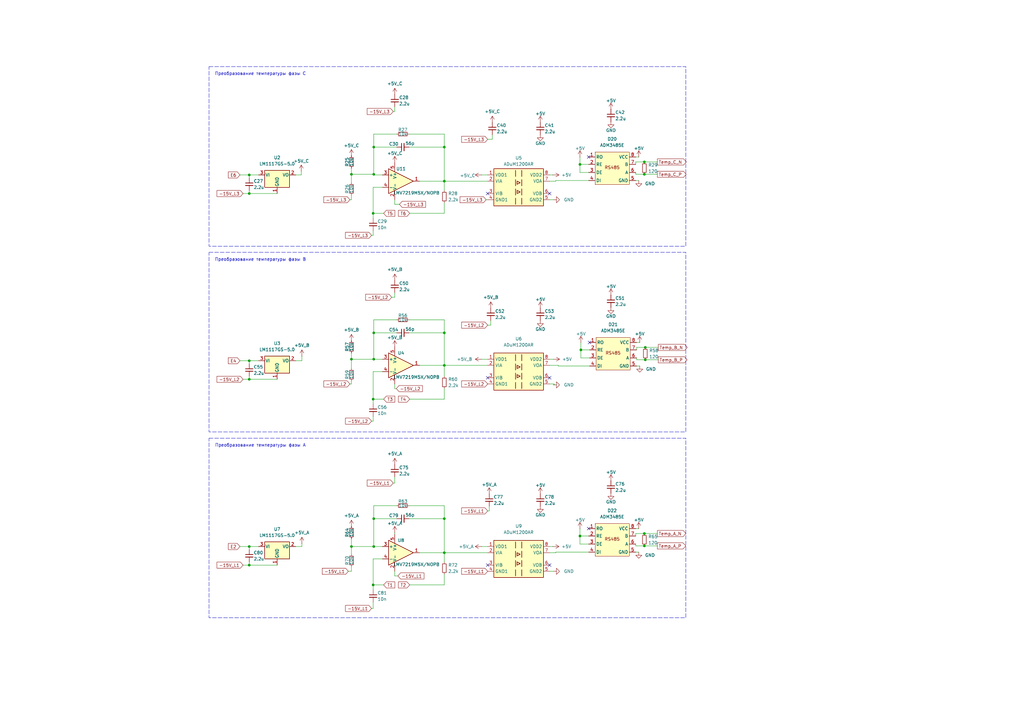
<source format=kicad_sch>
(kicad_sch (version 20231120) (generator "eeschema") (generator_version "8.0")
  (paper "A3")
  (lib_symbols
    (symbol "Comparator:LMV7219M5" (pin_names (offset 0.127))
      (property "Reference" "U" (at -1.27 6.35 0))
      (property "Value" "LMV7219M5" (at -1.27 3.81 0))
      (symbol "LMV7219M5_0_1"
        (polyline (pts (xy -5.08 5.08) (xy 5.08 0) (xy -5.08 -5.08) (xy -5.08 5.08)) (stroke (width 0.254)) (fill (type background)))
        (pin power_in line (at -2.54 -7.62 90) (length 3.81) (name "V-") (number "2"))
        (pin power_in line (at -2.54 7.62 270) (length 3.81) (name "V+") (number "5"))
      )
      (symbol "LMV7219M5_1_1"
        (pin output line (at 7.62 0 180) (length 2.54) (name "~") (number "1"))
        (pin input line (at -7.62 2.54 0) (length 2.54) (name "+") (number "3"))
        (pin input line (at -7.62 -2.54 0) (length 2.54) (name "-") (number "4"))
      )
    )
    (symbol "Device:C_Small" (pin_numbers hide) (pin_names (offset 0.254) hide)
      (property "Reference" "C" (at 0.254 1.778 0))
      (property "Value" "C_Small" (at 0.254 -2.032 0))
      (symbol "C_Small_0_1"
        (polyline (pts (xy -1.524 -0.508) (xy 1.524 -0.508)) (stroke (width 0.3302)))
        (polyline (pts (xy -1.524 0.508) (xy 1.524 0.508)) (stroke (width 0.3048)))
      )
      (symbol "C_Small_1_1"
        (pin passive line (at 0 2.54 270) (length 2.032) (name "~") (number "1"))
        (pin passive line (at 0 -2.54 90) (length 2.032) (name "~") (number "2"))
      )
    )
    (symbol "Device:R_Small" (pin_numbers hide) (pin_names (offset 0.254) hide)
      (property "Reference" "R" (at 0.762 0.508 0))
      (property "Value" "R_Small" (at 0.762 -1.016 0))
      (symbol "R_Small_0_1"
        (rectangle (start -0.762 1.778) (end 0.762 -1.778) (stroke (width 0.2032)))
      )
      (symbol "R_Small_1_1"
        (pin passive line (at 0 2.54 270) (length 0.762) (name "~") (number "1"))
        (pin passive line (at 0 -2.54 90) (length 0.762) (name "~") (number "2"))
      )
    )
    (symbol "GND_1" (power) (pin_names (offset 0))
      (property "Value" "GND" (at 0 -3.81 0))
      (symbol "GND_1_0_1"
        (polyline (pts (xy 0 0) (xy 0 -1.27) (xy 1.27 -1.27) (xy 0 -2.54) (xy -1.27 -1.27) (xy 0 -1.27)))
      )
      (symbol "GND_1_1_1"
        (pin power_in line (at 0 0 270) (length 0) hide (name "GND") (number "1"))
      )
    )
    (symbol "GND_10" (power) (pin_names (offset 0))
      (property "Value" "GND" (at 0 -3.81 0))
      (symbol "GND_10_0_1"
        (polyline (pts (xy 0 0) (xy 0 -1.27) (xy 1.27 -1.27) (xy 0 -2.54) (xy -1.27 -1.27) (xy 0 -1.27)))
      )
      (symbol "GND_10_1_1"
        (pin power_in line (at 0 0 270) (length 0) hide (name "GND") (number "1"))
      )
    )
    (symbol "GND_11" (power) (pin_names (offset 0))
      (property "Value" "GND" (at 0 -3.81 0))
      (symbol "GND_11_0_1"
        (polyline (pts (xy 0 0) (xy 0 -1.27) (xy 1.27 -1.27) (xy 0 -2.54) (xy -1.27 -1.27) (xy 0 -1.27)))
      )
      (symbol "GND_11_1_1"
        (pin power_in line (at 0 0 270) (length 0) hide (name "GND") (number "1"))
      )
    )
    (symbol "GND_2" (power) (pin_names (offset 0))
      (property "Value" "GND" (at 0 -3.81 0))
      (symbol "GND_2_0_1"
        (polyline (pts (xy 0 0) (xy 0 -1.27) (xy 1.27 -1.27) (xy 0 -2.54) (xy -1.27 -1.27) (xy 0 -1.27)))
      )
      (symbol "GND_2_1_1"
        (pin power_in line (at 0 0 270) (length 0) hide (name "GND") (number "1"))
      )
    )
    (symbol "GND_3" (power) (pin_names (offset 0))
      (property "Value" "GND" (at 0 -3.81 0))
      (symbol "GND_3_0_1"
        (polyline (pts (xy 0 0) (xy 0 -1.27) (xy 1.27 -1.27) (xy 0 -2.54) (xy -1.27 -1.27) (xy 0 -1.27)))
      )
      (symbol "GND_3_1_1"
        (pin power_in line (at 0 0 270) (length 0) hide (name "GND") (number "1"))
      )
    )
    (symbol "GND_4" (power) (pin_names (offset 0))
      (property "Value" "GND" (at 0 -3.81 0))
      (symbol "GND_4_0_1"
        (polyline (pts (xy 0 0) (xy 0 -1.27) (xy 1.27 -1.27) (xy 0 -2.54) (xy -1.27 -1.27) (xy 0 -1.27)))
      )
      (symbol "GND_4_1_1"
        (pin power_in line (at 0 0 270) (length 0) hide (name "GND") (number "1"))
      )
    )
    (symbol "GND_5" (power) (pin_names (offset 0))
      (property "Value" "GND" (at 0 -3.81 0))
      (symbol "GND_5_0_1"
        (polyline (pts (xy 0 0) (xy 0 -1.27) (xy 1.27 -1.27) (xy 0 -2.54) (xy -1.27 -1.27) (xy 0 -1.27)))
      )
      (symbol "GND_5_1_1"
        (pin power_in line (at 0 0 270) (length 0) hide (name "GND") (number "1"))
      )
    )
    (symbol "GND_6" (power) (pin_names (offset 0))
      (property "Value" "GND" (at 0 -3.81 0))
      (symbol "GND_6_0_1"
        (polyline (pts (xy 0 0) (xy 0 -1.27) (xy 1.27 -1.27) (xy 0 -2.54) (xy -1.27 -1.27) (xy 0 -1.27)))
      )
      (symbol "GND_6_1_1"
        (pin power_in line (at 0 0 270) (length 0) hide (name "GND") (number "1"))
      )
    )
    (symbol "GND_7" (power) (pin_names (offset 0))
      (property "Value" "GND" (at 0 -3.81 0))
      (symbol "GND_7_0_1"
        (polyline (pts (xy 0 0) (xy 0 -1.27) (xy 1.27 -1.27) (xy 0 -2.54) (xy -1.27 -1.27) (xy 0 -1.27)))
      )
      (symbol "GND_7_1_1"
        (pin power_in line (at 0 0 270) (length 0) hide (name "GND") (number "1"))
      )
    )
    (symbol "GND_8" (power) (pin_names (offset 0))
      (property "Value" "GND" (at 0 -3.81 0))
      (symbol "GND_8_0_1"
        (polyline (pts (xy 0 0) (xy 0 -1.27) (xy 1.27 -1.27) (xy 0 -2.54) (xy -1.27 -1.27) (xy 0 -1.27)))
      )
      (symbol "GND_8_1_1"
        (pin power_in line (at 0 0 270) (length 0) hide (name "GND") (number "1"))
      )
    )
    (symbol "GND_9" (power) (pin_names (offset 0))
      (property "Value" "GND" (at 0 -3.81 0))
      (symbol "GND_9_0_1"
        (polyline (pts (xy 0 0) (xy 0 -1.27) (xy 1.27 -1.27) (xy 0 -2.54) (xy -1.27 -1.27) (xy 0 -1.27)))
      )
      (symbol "GND_9_1_1"
        (pin power_in line (at 0 0 270) (length 0) hide (name "GND") (number "1"))
      )
    )
    (symbol "Interface_My:ADM3485E"
      (property "Reference" "D" (at 0 0.635 0))
      (property "Value" "ADM3485E" (at 0 -1.27 0))
      (symbol "ADM3485E_0_0"
        (rectangle (start -6.985 -2.54) (end 6.985 -15.875) (fill (type background)))
        (text "RS485" (at 0 -8.89 0) (effects (font (size 1.27 1.27))))
      )
      (symbol "ADM3485E_1_1"
        (pin input line (at -9.652 -4.572 0) (length 2.54) (name "RO") (number "1"))
        (pin input line (at -9.652 -7.62 0) (length 2.54) (name "RE") (number "2"))
        (pin input line (at -9.652 -10.922 0) (length 2.54) (name "DE") (number "3"))
        (pin input line (at -9.652 -14.224 0) (length 2.54) (name "DI") (number "4"))
        (pin input line (at 9.652 -14.224 180) (length 2.54) (name "GND") (number "5"))
        (pin input line (at 9.652 -10.922 180) (length 2.54) (name "A") (number "6"))
        (pin input line (at 9.652 -7.62 180) (length 2.54) (name "B") (number "7"))
        (pin input line (at 9.652 -4.572 180) (length 2.54) (name "VCC") (number "8"))
      )
    )
    (symbol "Isolator:ADuM1200AR"
      (property "Reference" "U" (at -10.16 8.89 0))
      (property "Value" "ADuM1200AR" (at -2.032 8.89 0))
      (symbol "ADuM1200AR_0_1"
        (rectangle (start -10.16 7.62) (end 10.16 -7.62) (stroke (width 0.254)) (fill (type background)))
        (polyline (pts (xy -1.27 -4.445) (xy -1.27 -6.985)) (stroke (width 0.254)))
        (polyline (pts (xy -1.27 -0.635) (xy -1.27 -3.175)) (stroke (width 0.254)))
        (polyline (pts (xy -1.27 3.175) (xy -1.27 0.635)) (stroke (width 0.254)))
        (polyline (pts (xy -1.27 6.985) (xy -1.27 4.445)) (stroke (width 0.254)))
        (polyline (pts (xy 1.27 -4.445) (xy 1.27 -6.985)) (stroke (width 0.254)))
        (polyline (pts (xy 1.27 -0.635) (xy 1.27 -3.175)) (stroke (width 0.254)))
        (polyline (pts (xy 1.27 3.175) (xy 1.27 0.635)) (stroke (width 0.254)))
        (polyline (pts (xy 1.27 6.985) (xy 1.27 4.445)) (stroke (width 0.254)))
        (polyline (pts (xy -0.635 -1.27) (xy -0.635 -2.54) (xy 0.635 -1.905) (xy -0.635 -1.27)) (stroke (width 0.254)))
        (polyline (pts (xy -0.635 1.27) (xy 0.635 1.905) (xy -0.635 2.54) (xy -0.635 1.27)) (stroke (width 0.254)))
      )
      (symbol "ADuM1200AR_1_1"
        (pin power_in line (at -12.7 5.08 0) (length 2.54) (name "VDD1") (number "1"))
        (pin input line (at -12.7 2.54 0) (length 2.54) (name "VIA") (number "2"))
        (pin input line (at -12.7 -2.54 0) (length 2.54) (name "VIB") (number "3"))
        (pin power_in line (at -12.7 -5.08 0) (length 2.54) (name "GND1") (number "4"))
        (pin power_in line (at 12.7 -5.08 180) (length 2.54) (name "GND2") (number "5"))
        (pin output line (at 12.7 -2.54 180) (length 2.54) (name "VOB") (number "6"))
        (pin output line (at 12.7 2.54 180) (length 2.54) (name "VOA") (number "7"))
        (pin power_in line (at 12.7 5.08 180) (length 2.54) (name "VDD2") (number "8"))
      )
    )
    (symbol "Regulator_Linear:LM1117-3.3" (pin_names (offset 0.254))
      (property "Reference" "U" (at -3.81 3.175 0))
      (property "Value" "LM1117-3.3" (at 0 3.175 0))
      (symbol "LM1117-3.3_0_1"
        (rectangle (start -5.08 -5.08) (end 5.08 1.905) (stroke (width 0.254)) (fill (type background)))
      )
      (symbol "LM1117-3.3_1_1"
        (pin power_in line (at 0 -7.62 90) (length 2.54) (name "GND") (number "1"))
        (pin power_out line (at 7.62 0 180) (length 2.54) (name "VO") (number "2"))
        (pin power_in line (at -7.62 0 0) (length 2.54) (name "VI") (number "3"))
      )
    )
    (symbol "power:+5V" (power) (pin_numbers hide) (pin_names (offset 0) hide)
      (property "Value" "+5V" (at 0 3.556 0))
      (symbol "+5V_0_1"
        (polyline (pts (xy -0.762 1.27) (xy 0 2.54)))
        (polyline (pts (xy 0 0) (xy 0 2.54)))
        (polyline (pts (xy 0 2.54) (xy 0.762 1.27)))
      )
      (symbol "+5V_1_1"
        (pin power_in line (at 0 0 90) (length 0) (name "~") (number "1"))
      )
    )
    (symbol "power:GND" (power) (pin_names (offset 0))
      (property "Value" "GND" (at 0 -3.81 0))
      (symbol "GND_0_1"
        (polyline (pts (xy 0 0) (xy 0 -1.27) (xy 1.27 -1.27) (xy 0 -2.54) (xy -1.27 -1.27) (xy 0 -1.27)))
      )
      (symbol "GND_1_1"
        (pin power_in line (at 0 0 270) (length 0) hide (name "GND") (number "1"))
      )
    )
    (symbol "power_my:+5V_A" (power) (pin_numbers hide) (pin_names (offset 0) hide)
      (property "Value" "+5V_A" (at 0 3.81 0))
      (symbol "+5V_A_0_1"
        (polyline (pts (xy -0.762 1.27) (xy 0 2.54)))
        (polyline (pts (xy 0 0) (xy 0 2.54)))
        (polyline (pts (xy 0 2.54) (xy 0.762 1.27)))
      )
      (symbol "+5V_A_1_1"
        (pin power_in line (at 0 0 90) (length 0) (name "~") (number "1"))
      )
    )
    (symbol "power_my:+5V_B" (power) (pin_numbers hide) (pin_names (offset 0) hide)
      (property "Value" "+5V_B" (at 0 3.81 0))
      (symbol "+5V_B_0_1"
        (polyline (pts (xy -0.762 1.27) (xy 0 2.54)))
        (polyline (pts (xy 0 0) (xy 0 2.54)))
        (polyline (pts (xy 0 2.54) (xy 0.762 1.27)))
      )
      (symbol "+5V_B_1_1"
        (pin power_in line (at 0 0 90) (length 0) (name "~") (number "1"))
      )
    )
    (symbol "power_my:+5V_C" (power) (pin_numbers hide) (pin_names (offset 0) hide)
      (property "Value" "+5V_C" (at 0 3.81 0))
      (symbol "+5V_C_0_1"
        (polyline (pts (xy -0.762 1.27) (xy 0 2.54)))
        (polyline (pts (xy 0 0) (xy 0 2.54)))
        (polyline (pts (xy 0 2.54) (xy 0.762 1.27)))
      )
      (symbol "+5V_C_1_1"
        (pin power_in line (at 0 0 90) (length 0) (name "~") (number "1"))
      )
    )
  )
  (junction (at 182.245 226.695))
  (junction (at 237.871 219.837))
  (junction (at 102.235 79.375))
  (junction (at 102.235 231.775))
  (junction (at 144.145 71.501))
  (junction (at 153.035 87.503))
  (junction (at 264.287 223.901))
  (junction (at 153.289 136.525))
  (junction (at 144.145 224.155))
  (junction (at 237.871 67.437))
  (junction (at 182.245 74.295))
  (junction (at 264.287 71.501))
  (junction (at 238.252 143.51))
  (junction (at 182.245 149.86))
  (junction (at 153.035 163.703))
  (junction (at 102.235 224.155))
  (junction (at 102.235 155.575))
  (junction (at 153.289 60.325))
  (junction (at 182.245 136.525))
  (junction (at 264.287 66.421))
  (junction (at 182.245 60.325))
  (junction (at 153.289 147.32))
  (junction (at 264.287 218.821))
  (junction (at 144.145 147.32))
  (junction (at 153.289 224.155))
  (junction (at 153.289 212.725))
  (junction (at 102.235 147.955))
  (junction (at 102.235 71.755))
  (junction (at 264.668 142.494))
  (junction (at 153.289 71.501))
  (junction (at 182.245 212.725))
  (junction (at 264.668 147.574))
  (junction (at 153.035 239.903))
  (no_connect (at 225.425 231.775))
  (no_connect (at 200.025 154.94))
  (no_connect (at 241.808 140.462))
  (no_connect (at 200.025 79.375))
  (no_connect (at 225.425 79.375))
  (no_connect (at 200.025 231.775))
  (no_connect (at 241.427 216.789))
  (no_connect (at 225.425 154.94))
  (no_connect (at 241.427 64.389))
  (wire (pts (xy 200.025 224.155) (xy 197.485 224.155)))
  (wire (pts (xy 200.66 207.645) (xy 200.66 209.55)))
  (wire (pts (xy 99.695 79.375) (xy 102.235 79.375)))
  (wire (pts (xy 227.965 74.041) (xy 241.427 74.041)))
  (wire (pts (xy 123.825 146.05) (xy 123.825 147.955)))
  (wire (pts (xy 144.145 157.48) (xy 144.145 156.21)))
  (wire (pts (xy 227.965 226.441) (xy 241.427 226.441)))
  (wire (pts (xy 102.235 73.025) (xy 102.235 71.755)))
  (wire (pts (xy 102.235 149.225) (xy 102.235 147.955)))
  (wire (pts (xy 182.245 149.86) (xy 182.245 154.305)))
  (wire (pts (xy 142.875 234.315) (xy 144.145 234.315)))
  (wire (pts (xy 153.289 131.191) (xy 153.289 136.525)))
  (wire (pts (xy 260.731 216.789) (xy 262.001 216.789)))
  (wire (pts (xy 144.145 224.155) (xy 144.145 227.33)))
  (wire (pts (xy 225.425 226.695) (xy 227.965 226.695)))
  (wire (pts (xy 201.93 57.15) (xy 201.93 55.245)))
  (wire (pts (xy 152.4 96.52) (xy 153.035 96.52)))
  (wire (pts (xy 152.4 172.72) (xy 153.035 172.72)))
  (wire (pts (xy 144.145 147.32) (xy 144.145 151.13)))
  (wire (pts (xy 144.145 144.78) (xy 144.145 147.32)))
  (wire (pts (xy 261.112 142.494) (xy 261.112 143.51)))
  (wire (pts (xy 168.021 239.903) (xy 182.245 239.903)))
  (wire (pts (xy 260.731 71.501) (xy 260.731 70.739)))
  (wire (pts (xy 260.731 66.421) (xy 260.731 67.437)))
  (wire (pts (xy 225.425 149.86) (xy 228.981 149.86)))
  (wire (pts (xy 237.871 67.437) (xy 241.427 67.437)))
  (wire (pts (xy 238.252 146.812) (xy 241.808 146.812)))
  (wire (pts (xy 153.289 60.325) (xy 162.687 60.325)))
  (wire (pts (xy 201.295 133.35) (xy 201.295 131.445)))
  (wire (pts (xy 153.035 172.72) (xy 153.035 170.815)))
  (wire (pts (xy 153.289 54.991) (xy 153.289 60.325)))
  (wire (pts (xy 98.425 71.755) (xy 102.235 71.755)))
  (wire (pts (xy 237.871 219.837) (xy 237.871 223.139)))
  (wire (pts (xy 264.668 142.494) (xy 261.112 142.494)))
  (wire (pts (xy 161.925 45.72) (xy 161.925 43.815)))
  (wire (pts (xy 153.035 76.835) (xy 156.845 76.835)))
  (wire (pts (xy 153.289 147.32) (xy 156.845 147.32)))
  (wire (pts (xy 182.245 207.391) (xy 182.245 212.725)))
  (wire (pts (xy 238.252 143.51) (xy 238.252 146.812)))
  (wire (pts (xy 102.235 79.375) (xy 113.665 79.375)))
  (wire (pts (xy 98.425 224.155) (xy 102.235 224.155)))
  (wire (pts (xy 260.731 226.441) (xy 262.001 226.441)))
  (wire (pts (xy 102.235 154.305) (xy 102.235 155.575)))
  (wire (pts (xy 102.235 71.755) (xy 106.045 71.755)))
  (wire (pts (xy 264.668 147.574) (xy 270.002 147.574)))
  (wire (pts (xy 200.66 209.55) (xy 200.025 209.55)))
  (wire (pts (xy 172.085 74.295) (xy 182.245 74.295)))
  (wire (pts (xy 237.871 70.739) (xy 241.427 70.739)))
  (wire (pts (xy 264.287 71.501) (xy 260.731 71.501)))
  (wire (pts (xy 153.035 163.703) (xy 157.353 163.703)))
  (wire (pts (xy 161.925 157.48) (xy 161.925 159.385)))
  (wire (pts (xy 153.289 212.725) (xy 153.289 224.155)))
  (wire (pts (xy 153.289 207.391) (xy 153.289 212.725)))
  (wire (pts (xy 153.035 163.703) (xy 153.035 152.4)))
  (wire (pts (xy 227.965 74.295) (xy 227.965 74.041)))
  (wire (pts (xy 102.235 147.955) (xy 106.045 147.955)))
  (wire (pts (xy 264.287 71.501) (xy 269.621 71.501)))
  (wire (pts (xy 153.035 163.703) (xy 153.035 165.735)))
  (wire (pts (xy 153.289 212.725) (xy 162.687 212.725)))
  (wire (pts (xy 162.687 54.991) (xy 153.289 54.991)))
  (wire (pts (xy 264.668 142.494) (xy 270.002 142.494)))
  (wire (pts (xy 144.145 147.32) (xy 153.289 147.32)))
  (wire (pts (xy 153.035 87.503) (xy 153.035 89.535)))
  (wire (pts (xy 161.925 195.58) (xy 161.925 198.12)))
  (wire (pts (xy 161.925 120.015) (xy 161.925 121.92)))
  (wire (pts (xy 167.767 131.191) (xy 182.245 131.191)))
  (wire (pts (xy 152.4 249.555) (xy 153.035 249.555)))
  (wire (pts (xy 167.767 207.391) (xy 182.245 207.391)))
  (wire (pts (xy 264.287 66.421) (xy 269.621 66.421)))
  (wire (pts (xy 182.245 87.503) (xy 182.245 83.185)))
  (wire (pts (xy 237.871 223.139) (xy 241.427 223.139)))
  (wire (pts (xy 182.245 212.725) (xy 182.245 226.695)))
  (wire (pts (xy 144.145 220.98) (xy 144.145 224.155)))
  (wire (pts (xy 182.245 54.991) (xy 182.245 60.325)))
  (wire (pts (xy 261.112 140.462) (xy 262.382 140.462)))
  (wire (pts (xy 102.235 224.155) (xy 106.045 224.155)))
  (wire (pts (xy 197.485 147.32) (xy 200.025 147.32)))
  (wire (pts (xy 237.871 67.437) (xy 237.871 70.739)))
  (wire (pts (xy 264.287 223.901) (xy 260.731 223.901)))
  (wire (pts (xy 161.925 83.82) (xy 163.83 83.82)))
  (wire (pts (xy 261.112 150.114) (xy 262.382 150.114)))
  (wire (pts (xy 264.287 66.421) (xy 260.731 66.421)))
  (wire (pts (xy 172.085 149.86) (xy 182.245 149.86)))
  (wire (pts (xy 98.425 147.955) (xy 102.235 147.955)))
  (wire (pts (xy 153.289 71.755) (xy 153.289 71.501)))
  (wire (pts (xy 153.035 249.555) (xy 153.035 247.015)))
  (wire (pts (xy 260.731 218.821) (xy 260.731 219.837)))
  (wire (pts (xy 182.245 136.525) (xy 182.245 149.86)))
  (wire (pts (xy 123.571 71.755) (xy 121.285 71.755)))
  (wire (pts (xy 264.668 147.574) (xy 261.112 147.574)))
  (wire (pts (xy 153.035 239.903) (xy 153.035 241.935)))
  (wire (pts (xy 237.871 216.789) (xy 237.871 219.837)))
  (wire (pts (xy 225.425 224.155) (xy 226.695 224.155)))
  (wire (pts (xy 200.025 133.35) (xy 201.295 133.35)))
  (wire (pts (xy 182.245 226.695) (xy 182.245 230.505)))
  (wire (pts (xy 121.285 224.155) (xy 123.825 224.155)))
  (wire (pts (xy 225.425 157.48) (xy 227.33 157.48)))
  (wire (pts (xy 225.425 147.32) (xy 226.949 147.32)))
  (wire (pts (xy 227.33 157.48) (xy 227.33 157.861)))
  (wire (pts (xy 153.289 71.755) (xy 156.845 71.755)))
  (wire (pts (xy 199.39 81.915) (xy 200.025 81.915)))
  (wire (pts (xy 144.145 81.915) (xy 144.145 80.01)))
  (wire (pts (xy 144.145 224.155) (xy 153.289 224.155)))
  (wire (pts (xy 153.035 96.52) (xy 153.035 94.615)))
  (wire (pts (xy 162.687 207.391) (xy 153.289 207.391)))
  (wire (pts (xy 102.235 225.425) (xy 102.235 224.155)))
  (wire (pts (xy 228.981 150.114) (xy 241.808 150.114)))
  (wire (pts (xy 261.112 147.574) (xy 261.112 146.812)))
  (wire (pts (xy 144.145 74.93) (xy 144.145 71.501)))
  (wire (pts (xy 200.025 57.15) (xy 201.93 57.15)))
  (wire (pts (xy 123.825 224.155) (xy 123.825 222.885)))
  (wire (pts (xy 182.245 149.86) (xy 200.025 149.86)))
  (wire (pts (xy 264.287 218.821) (xy 260.731 218.821)))
  (wire (pts (xy 237.871 64.389) (xy 237.871 67.437)))
  (wire (pts (xy 153.289 224.155) (xy 156.845 224.155)))
  (wire (pts (xy 260.731 64.389) (xy 262.001 64.389)))
  (wire (pts (xy 144.145 71.501) (xy 153.289 71.501)))
  (wire (pts (xy 227.33 157.861) (xy 226.949 157.861)))
  (wire (pts (xy 238.252 143.51) (xy 241.808 143.51)))
  (wire (pts (xy 182.245 74.295) (xy 200.025 74.295)))
  (wire (pts (xy 143.51 157.48) (xy 144.145 157.48)))
  (wire (pts (xy 182.245 226.695) (xy 200.025 226.695)))
  (wire (pts (xy 228.981 149.86) (xy 228.981 150.114)))
  (wire (pts (xy 153.035 229.235) (xy 156.845 229.235)))
  (wire (pts (xy 102.235 231.775) (xy 113.665 231.775)))
  (wire (pts (xy 161.29 45.72) (xy 161.925 45.72)))
  (wire (pts (xy 260.731 223.901) (xy 260.731 223.139)))
  (wire (pts (xy 123.825 147.955) (xy 121.285 147.955)))
  (wire (pts (xy 153.035 239.903) (xy 157.353 239.903)))
  (wire (pts (xy 143.51 81.915) (xy 144.145 81.915)))
  (wire (pts (xy 153.289 136.525) (xy 162.687 136.525)))
  (wire (pts (xy 225.425 71.755) (xy 226.695 71.755)))
  (wire (pts (xy 161.925 81.915) (xy 161.925 83.82)))
  (wire (pts (xy 167.767 136.525) (xy 182.245 136.525)))
  (wire (pts (xy 153.035 87.503) (xy 157.353 87.503)))
  (wire (pts (xy 182.245 239.903) (xy 182.245 235.585)))
  (wire (pts (xy 225.425 234.315) (xy 226.949 234.315)))
  (wire (pts (xy 123.571 70.231) (xy 123.571 71.755)))
  (wire (pts (xy 161.925 219.075) (xy 161.925 218.44)))
  (wire (pts (xy 172.085 226.695) (xy 182.245 226.695)))
  (wire (pts (xy 161.925 121.92) (xy 160.655 121.92)))
  (wire (pts (xy 167.767 212.725) (xy 182.245 212.725)))
  (wire (pts (xy 153.035 152.4) (xy 156.845 152.4)))
  (wire (pts (xy 197.485 71.755) (xy 200.025 71.755)))
  (wire (pts (xy 153.035 87.503) (xy 153.035 76.835)))
  (wire (pts (xy 144.145 68.961) (xy 144.145 71.501)))
  (wire (pts (xy 153.035 239.903) (xy 153.035 229.235)))
  (wire (pts (xy 161.925 159.385) (xy 162.56 159.385)))
  (wire (pts (xy 102.235 230.505) (xy 102.235 231.775)))
  (wire (pts (xy 264.287 218.821) (xy 269.621 218.821)))
  (wire (pts (xy 227.965 226.695) (xy 227.965 226.441)))
  (wire (pts (xy 153.289 136.525) (xy 153.289 147.32)))
  (wire (pts (xy 153.289 60.325) (xy 153.289 71.501)))
  (wire (pts (xy 225.425 81.915) (xy 226.949 81.915)))
  (wire (pts (xy 161.925 236.22) (xy 163.195 236.22)))
  (wire (pts (xy 182.245 163.703) (xy 182.245 159.385)))
  (wire (pts (xy 162.687 131.191) (xy 153.289 131.191)))
  (wire (pts (xy 144.145 234.315) (xy 144.145 232.41)))
  (wire (pts (xy 260.731 74.041) (xy 262.001 74.041)))
  (wire (pts (xy 99.695 231.775) (xy 102.235 231.775)))
  (wire (pts (xy 168.021 87.503) (xy 182.245 87.503)))
  (wire (pts (xy 99.695 155.575) (xy 102.235 155.575)))
  (wire (pts (xy 161.925 198.12) (xy 161.29 198.12)))
  (wire (pts (xy 167.767 60.325) (xy 182.245 60.325)))
  (wire (pts (xy 225.425 74.295) (xy 227.965 74.295)))
  (wire (pts (xy 102.235 155.575) (xy 113.665 155.575)))
  (wire (pts (xy 237.871 219.837) (xy 241.427 219.837)))
  (wire (pts (xy 264.287 223.901) (xy 269.621 223.901)))
  (wire (pts (xy 161.925 234.315) (xy 161.925 236.22)))
  (wire (pts (xy 182.245 131.191) (xy 182.245 136.525)))
  (wire (pts (xy 182.245 60.325) (xy 182.245 74.295)))
  (wire (pts (xy 167.767 54.991) (xy 182.245 54.991)))
  (wire (pts (xy 182.245 74.295) (xy 182.245 78.105)))
  (wire (pts (xy 168.021 163.703) (xy 182.245 163.703)))
  (wire (pts (xy 102.235 78.105) (xy 102.235 79.375)))
  (wire (pts (xy 238.252 140.462) (xy 238.252 143.51)))
  (rectangle (start 85.725 103.505) (end 281.305 177.165) (stroke (width 0) (type dash)))
  (rectangle (start 85.725 27.305) (end 281.305 100.965) (stroke (width 0) (type dash)))
  (rectangle (start 85.725 179.705) (end 281.305 253.365) (stroke (width 0) (type dash)))
  (text "Преобразование температуры фазы С\n" (at 106.807 30.353 0) (effects (font (size 1.27 1.27))))
  (text "Преобразование температуры фазы A\n" (at 106.807 182.753 0) (effects (font (size 1.27 1.27))))
  (text "Преобразование температуры фазы B\n" (at 106.807 106.553 0) (effects (font (size 1.27 1.27))))
  (global_label "-15V_L3" (shape input) (at 99.695 79.375 180) (property "Intersheetrefs" "${INTERSHEET_REFS}" (effects (hide yes))))
  (global_label "-15V_L1" (shape input) (at 200.025 234.315 180) (property "Intersheetrefs" "${INTERSHEET_REFS}" (effects (hide yes))))
  (global_label "Temp_B_P" (shape output) (at 270.002 147.574 0) (property "Intersheetrefs" "${INTERSHEET_REFS}" (effects (hide yes))))
  (global_label "T2" (shape input) (at 168.021 239.903 180) (property "Intersheetrefs" "${INTERSHEET_REFS}" (effects (hide yes))))
  (global_label "T6" (shape input) (at 168.021 87.503 180) (property "Intersheetrefs" "${INTERSHEET_REFS}" (effects (hide yes))))
  (global_label "E2" (shape input) (at 98.425 224.155 180) (property "Intersheetrefs" "${INTERSHEET_REFS}" (effects (hide yes))))
  (global_label "-15V_L2" (shape input) (at 200.025 133.35 180) (property "Intersheetrefs" "${INTERSHEET_REFS}" (effects (hide yes))))
  (global_label "-15V_L1" (shape input) (at 200.025 209.55 180) (property "Intersheetrefs" "${INTERSHEET_REFS}" (effects (hide yes))))
  (global_label "-15V_L1" (shape input) (at 161.29 198.12 180) (property "Intersheetrefs" "${INTERSHEET_REFS}" (effects (hide yes))))
  (global_label "-15V_L3" (shape input) (at 152.4 96.52 180) (property "Intersheetrefs" "${INTERSHEET_REFS}" (effects (hide yes))))
  (global_label "-15V_L1" (shape input) (at 142.875 234.315 180) (property "Intersheetrefs" "${INTERSHEET_REFS}" (effects (hide yes))))
  (global_label "Temp_A_P" (shape output) (at 269.621 223.901 0) (property "Intersheetrefs" "${INTERSHEET_REFS}" (effects (hide yes))))
  (global_label "-15V_L2" (shape input) (at 99.695 155.575 180) (property "Intersheetrefs" "${INTERSHEET_REFS}" (effects (hide yes))))
  (global_label "-15V_L3" (shape input) (at 200.025 57.15 180) (property "Intersheetrefs" "${INTERSHEET_REFS}" (effects (hide yes))))
  (global_label "-15V_L3" (shape input) (at 161.29 45.72 180) (property "Intersheetrefs" "${INTERSHEET_REFS}" (effects (hide yes))))
  (global_label "-15V_L1" (shape input) (at 152.4 249.555 180) (property "Intersheetrefs" "${INTERSHEET_REFS}" (effects (hide yes))))
  (global_label "Temp_A_N" (shape output) (at 269.621 218.821 0) (property "Intersheetrefs" "${INTERSHEET_REFS}" (effects (hide yes))))
  (global_label "E4" (shape input) (at 98.425 147.955 180) (property "Intersheetrefs" "${INTERSHEET_REFS}" (effects (hide yes))))
  (global_label "T3" (shape input) (at 157.353 163.703 0) (property "Intersheetrefs" "${INTERSHEET_REFS}" (effects (hide yes))))
  (global_label "-15V_L2" (shape input) (at 152.4 172.72 180) (property "Intersheetrefs" "${INTERSHEET_REFS}" (effects (hide yes))))
  (global_label "T5" (shape input) (at 157.353 87.503 0) (property "Intersheetrefs" "${INTERSHEET_REFS}" (effects (hide yes))))
  (global_label "-15V_L3" (shape input) (at 199.39 81.915 180) (property "Intersheetrefs" "${INTERSHEET_REFS}" (effects (hide yes))))
  (global_label "T4" (shape input) (at 168.021 163.703 180) (property "Intersheetrefs" "${INTERSHEET_REFS}" (effects (hide yes))))
  (global_label "Temp_B_N" (shape output) (at 270.002 142.494 0) (property "Intersheetrefs" "${INTERSHEET_REFS}" (effects (hide yes))))
  (global_label "-15V_L2" (shape input) (at 200.025 157.48 180) (property "Intersheetrefs" "${INTERSHEET_REFS}" (effects (hide yes))))
  (global_label "-15V_L3" (shape input) (at 143.51 81.915 180) (property "Intersheetrefs" "${INTERSHEET_REFS}" (effects (hide yes))))
  (global_label "-15V_L2" (shape input) (at 160.655 121.92 180) (property "Intersheetrefs" "${INTERSHEET_REFS}" (effects (hide yes))))
  (global_label "-15V_L2" (shape input) (at 162.56 159.385 0) (property "Intersheetrefs" "${INTERSHEET_REFS}" (effects (hide yes))))
  (global_label "E6" (shape input) (at 98.425 71.755 180) (property "Intersheetrefs" "${INTERSHEET_REFS}" (effects (hide yes))))
  (global_label "Temp_C_P" (shape output) (at 269.621 71.501 0) (property "Intersheetrefs" "${INTERSHEET_REFS}" (effects (hide yes))))
  (global_label "Temp_C_N" (shape output) (at 269.621 66.421 0) (property "Intersheetrefs" "${INTERSHEET_REFS}" (effects (hide yes))))
  (global_label "-15V_L1" (shape input) (at 163.195 236.22 0) (property "Intersheetrefs" "${INTERSHEET_REFS}" (effects (hide yes))))
  (global_label "T1" (shape input) (at 157.353 239.903 0) (property "Intersheetrefs" "${INTERSHEET_REFS}" (effects (hide yes))))
  (global_label "-15V_L1" (shape input) (at 99.695 231.775 180) (property "Intersheetrefs" "${INTERSHEET_REFS}" (effects (hide yes))))
  (global_label "-15V_L2" (shape input) (at 143.51 157.48 180) (property "Intersheetrefs" "${INTERSHEET_REFS}" (effects (hide yes))))
  (global_label "-15V_L3" (shape input) (at 163.83 83.82 0) (property "Intersheetrefs" "${INTERSHEET_REFS}" (effects (hide yes))))
  (symbol (lib_id "Comparator:LMV7219M5") (at 164.465 149.86 0) (unit 1)
    (property "Reference" "U4" (at 164.465 144.78 0))
    (property "Value" "LMV7219M5X/NOPB" (at 170.815 154.686 0))
    (property "Footprint" "Package_TO_SOT_SMD:SOT-23-5" (effects (hide yes)))
    (property "Datasheet" "https://www.ti.com/lit/ds/symlink/lmv7219.pdf" (effects (hide yes)))
  )
  (symbol (lib_name "GND_8") (lib_id "power:GND") (at 262.382 150.114 0) (unit 1)
    (property "Reference" "#PWR082" (effects (hide yes)))
    (property "Value" "GND" (at 264.922 151.3839 0) (effects (justify left)))
  )
  (symbol (lib_id "Device:R_Small") (at 165.227 131.191 90) (unit 1)
    (property "Reference" "R56" (at 165.227 129.413 90))
    (property "Value" "10k" (at 165.227 131.191 90))
    (property "Footprint" "Resistor_SMD:R_0805_2012Metric_Pad1.20x1.40mm_HandSolder" (effects (hide yes)))
  )
  (symbol (lib_id "Device:C_Small") (at 250.571 123.571 0) (unit 1)
    (property "Reference" "C51" (at 252.349 122.301 0) (effects (justify left)))
    (property "Value" "2.2u" (at 252.349 124.841 0) (effects (justify left)))
    (property "Footprint" "Capacitor_SMD:C_0805_2012Metric_Pad1.18x1.45mm_HandSolder" (effects (hide yes)))
  )
  (symbol (lib_id "power:+5V") (at 221.615 50.165 0) (unit 1)
    (property "Reference" "#PWR0111" (effects (hide yes)))
    (property "Value" "+5V" (at 221.615 46.609 0))
    (property "Description" "Power symbol creates a global label with name \"+5V\"" (effects (hide yes)))
  )
  (symbol (lib_id "Isolator:ADuM1200AR") (at 212.725 152.4 0) (unit 1)
    (property "Reference" "U6" (at 212.725 138.938 0))
    (property "Value" "ADuM1200AR" (at 212.725 141.478 0))
    (property "Footprint" "Package_SO:SOIC-8_3.9x4.9mm_P1.27mm" (effects (hide yes)))
    (property "Datasheet" "https://www.analog.com/media/en/technical-documentation/data-sheets/ADuM1200_1201.pdf" (effects (hide yes)))
    (property "Аналог" "SCM3728ASA" (effects (hide yes)))
  )
  (symbol (lib_id "power:+5V") (at 237.871 216.789 0) (unit 1)
    (property "Reference" "#PWR0100" (effects (hide yes)))
    (property "Value" "+5V" (at 237.871 213.233 0))
    (property "Description" "Power symbol creates a global label with name \"+5V\"" (effects (hide yes)))
  )
  (symbol (lib_id "power:GND") (at 221.615 131.445 0) (unit 1)
    (property "Reference" "#PWR069" (effects (hide yes)))
    (property "Value" "GND" (at 219.583 135.001 0) (effects (justify left)))
  )
  (symbol (lib_id "Device:C_Small") (at 102.235 227.965 0) (unit 1)
    (property "Reference" "C80" (at 104.013 226.695 0) (effects (justify left)))
    (property "Value" "2.2u" (at 104.013 229.235 0) (effects (justify left)))
    (property "Footprint" "Capacitor_SMD:C_0805_2012Metric_Pad1.18x1.45mm_HandSolder" (effects (hide yes)))
  )
  (symbol (lib_id "Device:C_Small") (at 165.227 136.525 90) (unit 1)
    (property "Reference" "C54" (at 163.449 135.255 90) (effects (justify left)))
    (property "Value" "56p" (at 170.053 135.001 90) (effects (justify left)))
    (property "Footprint" "Capacitor_SMD:C_0805_2012Metric_Pad1.18x1.45mm_HandSolder" (effects (hide yes)))
  )
  (symbol (lib_id "Device:C_Small") (at 201.93 52.705 0) (unit 1)
    (property "Reference" "C40" (at 203.708 51.435 0) (effects (justify left)))
    (property "Value" "2.2u" (at 203.708 53.975 0) (effects (justify left)))
    (property "Footprint" "Capacitor_SMD:C_0805_2012Metric_Pad1.18x1.45mm_HandSolder" (effects (hide yes)))
  )
  (symbol (lib_id "Regulator_Linear:LM1117-3.3") (at 113.665 224.155 0) (unit 1)
    (property "Reference" "U7" (at 113.665 217.043 0))
    (property "Value" "LM1117GS-5.0" (at 113.665 219.583 0))
    (property "Footprint" "Package_TO_SOT_SMD:SOT-223" (effects (hide yes)))
    (property "Datasheet" "http://www.ti.com/lit/ds/symlink/lm1117.pdf" (effects (hide yes)))
  )
  (symbol (lib_id "power:+5V") (at 238.252 140.462 0) (unit 1)
    (property "Reference" "#PWR071" (effects (hide yes)))
    (property "Value" "+5V" (at 238.252 136.906 0))
    (property "Description" "Power symbol creates a global label with name \"+5V\"" (effects (hide yes)))
  )
  (symbol (lib_id "Isolator:ADuM1200AR") (at 212.725 229.235 0) (unit 1)
    (property "Reference" "U9" (at 212.725 215.773 0))
    (property "Value" "ADuM1200AR" (at 212.725 218.313 0))
    (property "Footprint" "Package_SO:SOIC-8_3.9x4.9mm_P1.27mm" (effects (hide yes)))
    (property "Datasheet" "https://www.analog.com/media/en/technical-documentation/data-sheets/ADuM1200_1201.pdf" (effects (hide yes)))
    (property "Аналог" "SCM3728ASA" (effects (hide yes)))
  )
  (symbol (lib_id "Device:C_Small") (at 153.035 168.275 0) (unit 1)
    (property "Reference" "C56" (at 154.813 167.005 0) (effects (justify left)))
    (property "Value" "10n" (at 154.813 169.545 0) (effects (justify left)))
    (property "Footprint" "Capacitor_SMD:C_0805_2012Metric_Pad1.18x1.45mm_HandSolder" (effects (hide yes)))
  )
  (symbol (lib_name "GND_10") (lib_id "power:GND") (at 226.949 234.315 90) (unit 1)
    (property "Reference" "#PWR0129" (effects (hide yes)))
    (property "Value" "GND" (at 231.267 234.3149 90) (effects (justify right)))
  )
  (symbol (lib_id "power:+5V") (at 221.615 202.565 0) (unit 1)
    (property "Reference" "#PWR095" (effects (hide yes)))
    (property "Value" "+5V" (at 221.615 199.009 0))
    (property "Description" "Power symbol creates a global label with name \"+5V\"" (effects (hide yes)))
  )
  (symbol (lib_id "power:+5V") (at 226.695 224.155 270) (unit 1)
    (property "Reference" "#PWR0109" (effects (hide yes)))
    (property "Value" "+5V" (at 230.251 224.1549 90) (effects (justify left)))
    (property "Description" "Power symbol creates a global label with name \"+5V\"" (effects (hide yes)))
  )
  (symbol (lib_id "power:+5V") (at 262.001 64.389 0) (unit 1)
    (property "Reference" "#PWR0118" (effects (hide yes)))
    (property "Value" "+5V" (at 262.001 60.833 0))
    (property "Description" "Power symbol creates a global label with name \"+5V\"" (effects (hide yes)))
  )
  (symbol (lib_id "power_my:+5V_C") (at 197.485 71.755 90) (unit 1)
    (property "Reference" "#PWR0143" (effects (hide yes)))
    (property "Value" "+5V_C" (at 191.77 72.009 90))
  )
  (symbol (lib_id "power_my:+5V_C") (at 123.571 70.231 0) (unit 1)
    (property "Reference" "#PWR0139" (effects (hide yes)))
    (property "Value" "+5V_C" (at 123.571 66.04 0))
  )
  (symbol (lib_id "power_my:+5V_B") (at 161.925 142.24 0) (unit 1)
    (property "Reference" "#PWR075" (effects (hide yes)))
    (property "Value" "+5V_B" (at 161.925 138.43 0))
  )
  (symbol (lib_id "power_my:+5V_C") (at 161.925 66.675 0) (unit 1)
    (property "Reference" "#PWR0142" (effects (hide yes)))
    (property "Value" "+5V_C" (at 161.925 62.865 0))
  )
  (symbol (lib_id "Device:R_Small") (at 144.145 153.67 180) (unit 1)
    (property "Reference" "R59" (at 142.367 153.67 90))
    (property "Value" "10k" (at 144.145 153.67 90))
    (property "Footprint" "Resistor_SMD:R_0805_2012Metric_Pad1.20x1.40mm_HandSolder" (effects (hide yes)))
  )
  (symbol (lib_id "power:+5V") (at 262.001 216.789 0) (unit 1)
    (property "Reference" "#PWR0103" (effects (hide yes)))
    (property "Value" "+5V" (at 262.001 213.233 0))
    (property "Description" "Power symbol creates a global label with name \"+5V\"" (effects (hide yes)))
  )
  (symbol (lib_id "power_my:+5V_B") (at 197.485 147.32 90) (unit 1)
    (property "Reference" "#PWR076" (effects (hide yes)))
    (property "Value" "+5V_B" (at 193.675 147.32 90) (effects (justify left)))
  )
  (symbol (lib_name "GND_11") (lib_id "power:GND") (at 250.571 126.111 0) (unit 1)
    (property "Reference" "#PWR065" (effects (hide yes)))
    (property "Value" "GND" (at 248.539 129.667 0) (effects (justify left)))
  )
  (symbol (lib_id "Device:C_Small") (at 161.925 117.475 0) (unit 1)
    (property "Reference" "C50" (at 163.703 116.205 0) (effects (justify left)))
    (property "Value" "2.2u" (at 163.703 118.745 0) (effects (justify left)))
    (property "Footprint" "Capacitor_SMD:C_0805_2012Metric_Pad1.18x1.45mm_HandSolder" (effects (hide yes)))
  )
  (symbol (lib_id "power_my:+5V_B") (at 123.825 146.05 0) (unit 1)
    (property "Reference" "#PWR0107" (effects (hide yes)))
    (property "Value" "+5V_B" (at 123.825 141.605 0))
  )
  (symbol (lib_id "power_my:+5V_C") (at 144.145 63.881 0) (unit 1)
    (property "Reference" "#PWR0141" (effects (hide yes)))
    (property "Value" "+5V_C" (at 144.145 59.69 0))
  )
  (symbol (lib_id "power_my:+5V_B") (at 161.925 114.935 0) (unit 1)
    (property "Reference" "#PWR062" (effects (hide yes)))
    (property "Value" "+5V_B" (at 161.925 110.49 0))
  )
  (symbol (lib_id "power:+5V") (at 226.949 147.32 270) (unit 1)
    (property "Reference" "#PWR080" (effects (hide yes)))
    (property "Value" "+5V" (at 230.505 147.3199 90) (effects (justify left)))
    (property "Description" "Power symbol creates a global label with name \"+5V\"" (effects (hide yes)))
  )
  (symbol (lib_id "power:+5V") (at 250.571 44.831 0) (unit 1)
    (property "Reference" "#PWR0116" (effects (hide yes)))
    (property "Value" "+5V" (at 250.571 41.275 0))
    (property "Description" "Power symbol creates a global label with name \"+5V\"" (effects (hide yes)))
  )
  (symbol (lib_name "GND_7") (lib_id "power:GND") (at 262.001 74.041 0) (unit 1)
    (property "Reference" "#PWR0119" (effects (hide yes)))
    (property "Value" "GND" (at 264.541 75.3109 0) (effects (justify left)))
  )
  (symbol (lib_id "Device:R_Small") (at 144.145 218.44 180) (unit 1)
    (property "Reference" "R64" (at 142.367 218.44 90))
    (property "Value" "10k" (at 144.145 218.44 90))
    (property "Footprint" "Resistor_SMD:R_0805_2012Metric_Pad1.20x1.40mm_HandSolder" (effects (hide yes)))
  )
  (symbol (lib_id "Device:C_Small") (at 221.615 52.705 0) (unit 1)
    (property "Reference" "C41" (at 223.393 51.435 0) (effects (justify left)))
    (property "Value" "2.2u" (at 223.393 53.975 0) (effects (justify left)))
    (property "Footprint" "Capacitor_SMD:C_0805_2012Metric_Pad1.18x1.45mm_HandSolder" (effects (hide yes)))
  )
  (symbol (lib_id "Interface_My:ADM3485E") (at 251.079 59.817 0) (unit 1)
    (property "Reference" "D20" (at 251.079 57.023 0))
    (property "Value" "ADM3485E" (at 251.079 59.563 0))
    (property "Footprint" "Package_SO:SOIC-8_3.9x4.9mm_P1.27mm" (effects (hide yes)))
  )
  (symbol (lib_id "power:+5V") (at 250.571 121.031 0) (unit 1)
    (property "Reference" "#PWR064" (effects (hide yes)))
    (property "Value" "+5V" (at 250.571 117.475 0))
    (property "Description" "Power symbol creates a global label with name \"+5V\"" (effects (hide yes)))
  )
  (symbol (lib_id "Device:R_Small") (at 144.145 66.421 180) (unit 1)
    (property "Reference" "R25" (at 142.367 66.421 90))
    (property "Value" "10k" (at 144.145 66.421 90))
    (property "Footprint" "Resistor_SMD:R_0805_2012Metric_Pad1.20x1.40mm_HandSolder" (effects (hide yes)))
  )
  (symbol (lib_id "Device:R_Small") (at 144.145 142.24 180) (unit 1)
    (property "Reference" "R57" (at 142.367 142.24 90))
    (property "Value" "10k" (at 144.145 142.24 90))
    (property "Footprint" "Resistor_SMD:R_0805_2012Metric_Pad1.20x1.40mm_HandSolder" (effects (hide yes)))
  )
  (symbol (lib_id "Device:C_Small") (at 165.227 60.325 90) (unit 1)
    (property "Reference" "C30" (at 163.449 59.055 90) (effects (justify left)))
    (property "Value" "56p" (at 170.053 58.801 90) (effects (justify left)))
    (property "Footprint" "Capacitor_SMD:C_0805_2012Metric_Pad1.18x1.45mm_HandSolder" (effects (hide yes)))
  )
  (symbol (lib_id "Device:R_Small") (at 182.245 80.645 0) (unit 1)
    (property "Reference" "R28" (at 183.8198 79.3749 0) (effects (justify left)))
    (property "Value" "2.2k" (at 183.8198 81.9149 0) (effects (justify left)))
    (property "Footprint" "Resistor_SMD:R_0805_2012Metric_Pad1.20x1.40mm_HandSolder" (effects (hide yes)))
  )
  (symbol (lib_id "Device:C_Small") (at 153.035 92.075 0) (unit 1)
    (property "Reference" "C29" (at 154.813 90.805 0) (effects (justify left)))
    (property "Value" "10n" (at 154.813 93.345 0) (effects (justify left)))
    (property "Footprint" "Capacitor_SMD:C_0805_2012Metric_Pad1.18x1.45mm_HandSolder" (effects (hide yes)))
  )
  (symbol (lib_id "Device:R_Small") (at 264.287 68.961 0) (unit 1)
    (property "Reference" "R29" (at 265.8618 67.6909 0) (effects (justify left)))
    (property "Value" "120" (at 265.8618 70.2309 0) (effects (justify left)))
    (property "Footprint" "Resistor_SMD:R_0805_2012Metric_Pad1.20x1.40mm_HandSolder" (effects (hide yes)))
  )
  (symbol (lib_id "Device:C_Small") (at 221.615 205.105 0) (unit 1)
    (property "Reference" "C78" (at 223.393 203.835 0) (effects (justify left)))
    (property "Value" "2.2u" (at 223.393 206.375 0) (effects (justify left)))
    (property "Footprint" "Capacitor_SMD:C_0805_2012Metric_Pad1.18x1.45mm_HandSolder" (effects (hide yes)))
  )
  (symbol (lib_id "Device:R_Small") (at 144.145 77.47 180) (unit 1)
    (property "Reference" "R26" (at 142.367 77.47 90))
    (property "Value" "10k" (at 144.145 77.47 90))
    (property "Footprint" "Resistor_SMD:R_0805_2012Metric_Pad1.20x1.40mm_HandSolder" (effects (hide yes)))
  )
  (symbol (lib_name "GND_9") (lib_id "power:GND") (at 221.615 207.645 0) (unit 1)
    (property "Reference" "#PWR097" (effects (hide yes)))
    (property "Value" "GND" (at 219.583 211.201 0) (effects (justify left)))
  )
  (symbol (lib_id "Device:R_Small") (at 144.145 229.87 180) (unit 1)
    (property "Reference" "R70" (at 142.367 229.87 90))
    (property "Value" "10k" (at 144.145 229.87 90))
    (property "Footprint" "Resistor_SMD:R_0805_2012Metric_Pad1.20x1.40mm_HandSolder" (effects (hide yes)))
  )
  (symbol (lib_id "Device:R_Small") (at 182.245 156.845 0) (unit 1)
    (property "Reference" "R60" (at 183.8198 155.5749 0) (effects (justify left)))
    (property "Value" "2.2k" (at 183.8198 158.1149 0) (effects (justify left)))
    (property "Footprint" "Resistor_SMD:R_0805_2012Metric_Pad1.20x1.40mm_HandSolder" (effects (hide yes)))
  )
  (symbol (lib_id "power_my:+5V_A") (at 161.925 190.5 0) (unit 1)
    (property "Reference" "#PWR090" (effects (hide yes)))
    (property "Value" "+5V_A" (at 161.925 186.055 0))
  )
  (symbol (lib_id "power_my:+5V_B") (at 144.145 139.7 0) (unit 1)
    (property "Reference" "#PWR070" (effects (hide yes)))
    (property "Value" "+5V_B" (at 144.145 135.255 0))
  )
  (symbol (lib_id "Comparator:LMV7219M5") (at 164.465 226.695 0) (unit 1)
    (property "Reference" "U8" (at 164.465 221.615 0))
    (property "Value" "LMV7219M5X/NOPB" (at 170.815 231.521 0))
    (property "Footprint" "Package_TO_SOT_SMD:SOT-23-5" (effects (hide yes)))
    (property "Datasheet" "https://www.ti.com/lit/ds/symlink/lmv7219.pdf" (effects (hide yes)))
  )
  (symbol (lib_id "Regulator_Linear:LM1117-3.3") (at 113.665 71.755 0) (unit 1)
    (property "Reference" "U2" (at 113.665 64.643 0))
    (property "Value" "LM1117GS-5.0" (at 113.665 67.183 0))
    (property "Footprint" "Package_TO_SOT_SMD:SOT-223" (effects (hide yes)))
    (property "Datasheet" "http://www.ti.com/lit/ds/symlink/lm1117.pdf" (effects (hide yes)))
  )
  (symbol (lib_id "Device:C_Small") (at 201.295 128.905 0) (unit 1)
    (property "Reference" "C52" (at 203.073 127.635 0) (effects (justify left)))
    (property "Value" "2.2u" (at 203.073 130.175 0) (effects (justify left)))
    (property "Footprint" "Capacitor_SMD:C_0805_2012Metric_Pad1.18x1.45mm_HandSolder" (effects (hide yes)))
  )
  (symbol (lib_id "power:+5V") (at 221.615 126.365 0) (unit 1)
    (property "Reference" "#PWR067" (effects (hide yes)))
    (property "Value" "+5V" (at 221.615 122.809 0))
    (property "Description" "Power symbol creates a global label with name \"+5V\"" (effects (hide yes)))
  )
  (symbol (lib_id "power_my:+5V_A") (at 200.66 202.565 0) (unit 1)
    (property "Reference" "#PWR094" (effects (hide yes)))
    (property "Value" "+5V_A" (at 200.66 198.755 0))
  )
  (symbol (lib_id "Device:C_Small") (at 102.235 75.565 0) (unit 1)
    (property "Reference" "C27" (at 104.013 74.295 0) (effects (justify left)))
    (property "Value" "2.2u" (at 104.013 76.835 0) (effects (justify left)))
    (property "Footprint" "Capacitor_SMD:C_0805_2012Metric_Pad1.18x1.45mm_HandSolder" (effects (hide yes)))
  )
  (symbol (lib_name "GND_3") (lib_id "power:GND") (at 250.571 202.311 0) (unit 1)
    (property "Reference" "#PWR093" (effects (hide yes)))
    (property "Value" "GND" (at 248.539 205.867 0) (effects (justify left)))
  )
  (symbol (lib_id "Device:R_Small") (at 165.227 54.991 90) (unit 1)
    (property "Reference" "R27" (at 165.227 53.213 90))
    (property "Value" "10k" (at 165.227 54.991 90))
    (property "Footprint" "Resistor_SMD:R_0805_2012Metric_Pad1.20x1.40mm_HandSolder" (effects (hide yes)))
  )
  (symbol (lib_id "Device:C_Small") (at 102.235 151.765 0) (unit 1)
    (property "Reference" "C55" (at 104.013 150.495 0) (effects (justify left)))
    (property "Value" "2.2u" (at 104.013 153.035 0) (effects (justify left)))
    (property "Footprint" "Capacitor_SMD:C_0805_2012Metric_Pad1.18x1.45mm_HandSolder" (effects (hide yes)))
  )
  (symbol (lib_id "power_my:+5V_A") (at 123.825 222.885 0) (unit 1)
    (property "Reference" "#PWR0131" (effects (hide yes)))
    (property "Value" "+5V_A" (at 123.825 218.44 0))
  )
  (symbol (lib_name "GND_6") (lib_id "power:GND") (at 250.571 49.911 0) (unit 1)
    (property "Reference" "#PWR0117" (effects (hide yes)))
    (property "Value" "GND" (at 248.539 53.467 0) (effects (justify left)))
  )
  (symbol (lib_id "Interface_My:ADM3485E") (at 251.079 212.217 0) (unit 1)
    (property "Reference" "D22" (at 251.079 209.423 0))
    (property "Value" "ADM3485E" (at 251.079 211.963 0))
    (property "Footprint" "Package_SO:SOIC-8_3.9x4.9mm_P1.27mm" (effects (hide yes)))
  )
  (symbol (lib_name "GND_1") (lib_id "power:GND") (at 221.615 55.245 0) (unit 1)
    (property "Reference" "#PWR0112" (effects (hide yes)))
    (property "Value" "GND" (at 219.583 58.801 0) (effects (justify left)))
  )
  (symbol (lib_id "Device:C_Small") (at 221.615 128.905 0) (unit 1)
    (property "Reference" "C53" (at 223.393 127.635 0) (effects (justify left)))
    (property "Value" "2.2u" (at 223.393 130.175 0) (effects (justify left)))
    (property "Footprint" "Capacitor_SMD:C_0805_2012Metric_Pad1.18x1.45mm_HandSolder" (effects (hide yes)))
  )
  (symbol (lib_id "power_my:+5V_A") (at 161.925 218.44 0) (unit 1)
    (property "Reference" "#PWR0105" (effects (hide yes)))
    (property "Value" "+5V_A" (at 161.925 214.63 0))
  )
  (symbol (lib_id "power:+5V") (at 226.695 71.755 270) (unit 1)
    (property "Reference" "#PWR0113" (effects (hide yes)))
    (property "Value" "+5V" (at 230.251 71.7549 90) (effects (justify left)))
    (property "Description" "Power symbol creates a global label with name \"+5V\"" (effects (hide yes)))
  )
  (symbol (lib_id "Device:R_Small") (at 264.287 221.361 0) (unit 1)
    (property "Reference" "R65" (at 265.8618 220.0909 0) (effects (justify left)))
    (property "Value" "120" (at 265.8618 222.6309 0) (effects (justify left)))
    (property "Footprint" "Resistor_SMD:R_0805_2012Metric_Pad1.20x1.40mm_HandSolder" (effects (hide yes)))
  )
  (symbol (lib_id "Comparator:LMV7219M5") (at 164.465 74.295 0) (unit 1)
    (property "Reference" "U11" (at 164.465 69.215 0))
    (property "Value" "LMV7219M5X/NOPB" (at 170.815 79.121 0))
    (property "Footprint" "Package_TO_SOT_SMD:SOT-23-5" (effects (hide yes)))
    (property "Datasheet" "https://www.ti.com/lit/ds/symlink/lmv7219.pdf" (effects (hide yes)))
  )
  (symbol (lib_id "Device:C_Small") (at 250.571 47.371 0) (unit 1)
    (property "Reference" "C42" (at 252.349 46.101 0) (effects (justify left)))
    (property "Value" "2.2u" (at 252.349 48.641 0) (effects (justify left)))
    (property "Footprint" "Capacitor_SMD:C_0805_2012Metric_Pad1.18x1.45mm_HandSolder" (effects (hide yes)))
  )
  (symbol (lib_id "Device:C_Small") (at 161.925 41.275 0) (unit 1)
    (property "Reference" "C28" (at 163.703 40.005 0) (effects (justify left)))
    (property "Value" "2.2u" (at 163.703 42.545 0) (effects (justify left)))
    (property "Footprint" "Capacitor_SMD:C_0805_2012Metric_Pad1.18x1.45mm_HandSolder" (effects (hide yes)))
  )
  (symbol (lib_id "Device:C_Small") (at 161.925 193.04 0) (unit 1)
    (property "Reference" "C75" (at 163.703 191.77 0) (effects (justify left)))
    (property "Value" "2.2u" (at 163.703 194.31 0) (effects (justify left)))
    (property "Footprint" "Capacitor_SMD:C_0805_2012Metric_Pad1.18x1.45mm_HandSolder" (effects (hide yes)))
  )
  (symbol (lib_id "power:+5V") (at 237.871 64.389 0) (unit 1)
    (property "Reference" "#PWR0115" (effects (hide yes)))
    (property "Value" "+5V" (at 237.871 60.833 0))
    (property "Description" "Power symbol creates a global label with name \"+5V\"" (effects (hide yes)))
  )
  (symbol (lib_id "Device:R_Small") (at 165.227 207.391 90) (unit 1)
    (property "Reference" "R63" (at 165.227 205.613 90))
    (property "Value" "10k" (at 165.227 207.391 90))
    (property "Footprint" "Resistor_SMD:R_0805_2012Metric_Pad1.20x1.40mm_HandSolder" (effects (hide yes)))
  )
  (symbol (lib_id "power:+5V") (at 250.571 197.231 0) (unit 1)
    (property "Reference" "#PWR092" (effects (hide yes)))
    (property "Value" "+5V" (at 250.571 193.675 0))
    (property "Description" "Power symbol creates a global label with name \"+5V\"" (effects (hide yes)))
  )
  (symbol (lib_id "power_my:+5V_B") (at 201.295 126.365 0) (unit 1)
    (property "Reference" "#PWR066" (effects (hide yes)))
    (property "Value" "+5V_B" (at 201.295 121.92 0))
  )
  (symbol (lib_id "power_my:+5V_A") (at 197.485 224.155 90) (unit 1)
    (property "Reference" "#PWR0106" (effects (hide yes)))
    (property "Value" "+5V_A" (at 194.31 224.155 90) (effects (justify left)))
  )
  (symbol (lib_id "power_my:+5V_C") (at 161.925 38.735 0) (unit 1)
    (property "Reference" "#PWR0140" (effects (hide yes)))
    (property "Value" "+5V_C" (at 161.925 34.29 0))
  )
  (symbol (lib_id "Regulator_Linear:LM1117-3.3") (at 113.665 147.955 0) (unit 1)
    (property "Reference" "U3" (at 113.665 140.843 0))
    (property "Value" "LM1117GS-5.0" (at 113.665 143.383 0))
    (property "Footprint" "Package_TO_SOT_SMD:SOT-223" (effects (hide yes)))
    (property "Datasheet" "http://www.ti.com/lit/ds/symlink/lm1117.pdf" (effects (hide yes)))
  )
  (symbol (lib_name "GND_5") (lib_id "power:GND") (at 262.001 226.441 0) (unit 1)
    (property "Reference" "#PWR0120" (effects (hide yes)))
    (property "Value" "GND" (at 264.541 227.7109 0) (effects (justify left)))
  )
  (symbol (lib_id "Device:R_Small") (at 182.245 233.045 0) (unit 1)
    (property "Reference" "R72" (at 183.8198 231.7749 0) (effects (justify left)))
    (property "Value" "2.2k" (at 183.8198 234.3149 0) (effects (justify left)))
    (property "Footprint" "Resistor_SMD:R_0805_2012Metric_Pad1.20x1.40mm_HandSolder" (effects (hide yes)))
  )
  (symbol (lib_name "GND_2") (lib_id "power:GND") (at 226.949 81.915 90) (unit 1)
    (property "Reference" "#PWR0114" (effects (hide yes)))
    (property "Value" "GND" (at 231.267 81.9149 90) (effects (justify right)))
  )
  (symbol (lib_id "Device:C_Small") (at 165.227 212.725 90) (unit 1)
    (property "Reference" "C79" (at 163.449 211.455 90) (effects (justify left)))
    (property "Value" "56p" (at 170.053 211.201 90) (effects (justify left)))
    (property "Footprint" "Capacitor_SMD:C_0805_2012Metric_Pad1.18x1.45mm_HandSolder" (effects (hide yes)))
  )
  (symbol (lib_id "power_my:+5V_A") (at 144.145 215.9 0) (unit 1)
    (property "Reference" "#PWR098" (effects (hide yes)))
    (property "Value" "+5V_A" (at 144.145 211.455 0))
  )
  (symbol (lib_name "GND_4") (lib_id "power:GND") (at 226.949 157.861 90) (unit 1)
    (property "Reference" "#PWR088" (effects (hide yes)))
    (property "Value" "GND" (at 231.267 157.8609 90) (effects (justify right)))
  )
  (symbol (lib_id "Interface_My:ADM3485E") (at 251.46 135.89 0) (unit 1)
    (property "Reference" "D21" (at 251.46 133.096 0))
    (property "Value" "ADM3485E" (at 251.46 135.636 0))
    (property "Footprint" "Package_SO:SOIC-8_3.9x4.9mm_P1.27mm" (effects (hide yes)))
  )
  (symbol (lib_id "Isolator:ADuM1200AR") (at 212.725 76.835 0) (unit 1)
    (property "Reference" "U5" (at 212.725 64.77 0))
    (property "Value" "ADuM1200AR" (at 212.725 67.31 0))
    (property "Footprint" "Package_SO:SOIC-8_3.9x4.9mm_P1.27mm" (effects (hide yes)))
    (property "Datasheet" "https://www.analog.com/media/en/technical-documentation/data-sheets/ADuM1200_1201.pdf" (effects (hide yes)))
    (property "Аналог" "SCM3728ASA" (effects (hide yes)))
  )
  (symbol (lib_id "Device:C_Small") (at 250.571 199.771 0) (unit 1)
    (property "Reference" "C76" (at 252.349 198.501 0) (effects (justify left)))
    (property "Value" "2.2u" (at 252.349 201.041 0) (effects (justify left)))
    (property "Footprint" "Capacitor_SMD:C_0805_2012Metric_Pad1.18x1.45mm_HandSolder" (effects (hide yes)))
  )
  (symbol (lib_id "power_my:+5V_C") (at 201.93 50.165 0) (unit 1)
    (property "Reference" "#PWR0144" (effects (hide yes)))
    (property "Value" "+5V_C" (at 201.93 45.72 0))
  )
  (symbol (lib_id "Device:C_Small") (at 153.035 244.475 0) (unit 1)
    (property "Reference" "C81" (at 154.813 243.205 0) (effects (justify left)))
    (property "Value" "10n" (at 154.813 245.745 0) (effects (justify left)))
    (property "Footprint" "Capacitor_SMD:C_0805_2012Metric_Pad1.18x1.45mm_HandSolder" (effects (hide yes)))
  )
  (symbol (lib_id "power:+5V") (at 262.382 140.462 0) (unit 1)
    (property "Reference" "#PWR072" (effects (hide yes)))
    (property "Value" "+5V" (at 262.382 136.906 0))
    (property "Description" "Power symbol creates a global label with name \"+5V\"" (effects (hide yes)))
  )
  (symbol (lib_id "Device:R_Small") (at 264.668 145.034 0) (unit 1)
    (property "Reference" "R58" (at 266.2428 143.7639 0) (effects (justify left)))
    (property "Value" "120" (at 266.2428 146.3039 0) (effects (justify left)))
    (property "Footprint" "Resistor_SMD:R_0805_2012Metric_Pad1.20x1.40mm_HandSolder" (effects (hide yes)))
  )
  (symbol (lib_id "Device:C_Small") (at 200.66 205.105 0) (unit 1)
    (property "Reference" "C77" (at 202.438 203.835 0) (effects (justify left)))
    (property "Value" "2.2u" (at 202.438 206.375 0) (effects (justify left)))
    (property "Footprint" "Capacitor_SMD:C_0805_2012Metric_Pad1.18x1.45mm_HandSolder" (effects (hide yes)))
  )
)
</source>
